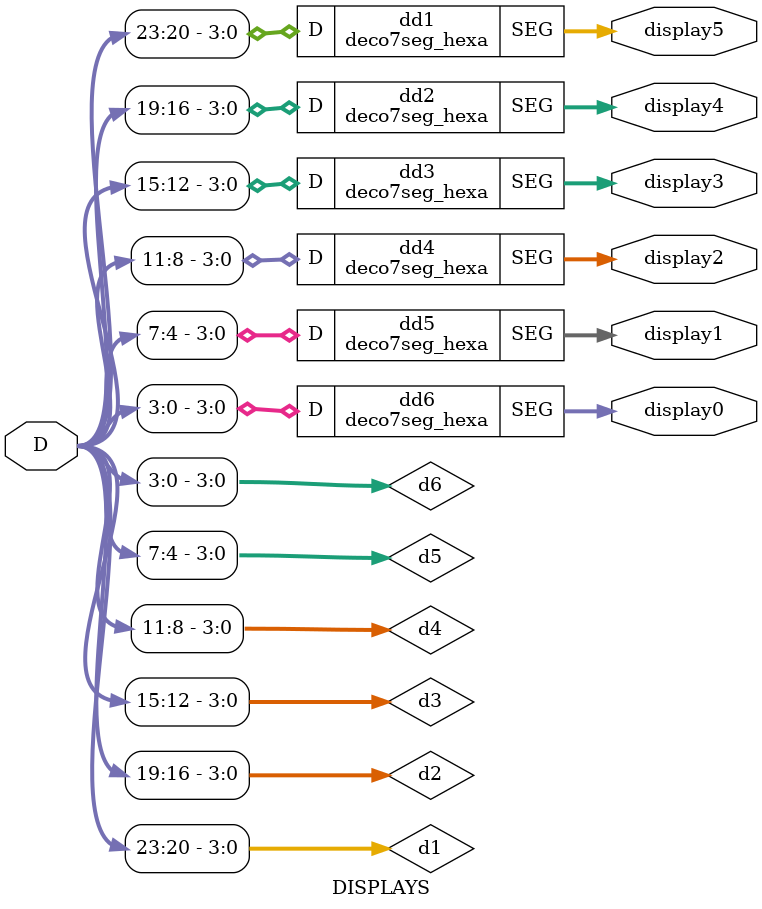
<source format=sv>
module deco7seg_hexa( 
    input  logic [3:0] D, 
    output logic [7:0] SEG); 
    always_comb begin 
        case(D)  
            // pgfe_dcba 
            4'h0: SEG = 8'b0011_1111; 
            4'h1: SEG = 8'b0000_0110; 
            4'h2: SEG = 8'b0101_1011; 
            4'h3: SEG = 8'b0100_1111; 
            4'h4: SEG = 8'b0110_0110; 
            4'h5: SEG = 8'b0110_1101; 
            4'h6: SEG = 8'b0111_1101; 
            4'h7: SEG = 8'b0000_0111; 
            4'h8: SEG = 8'b0111_1111; 
            4'h9: SEG = 8'b0110_0111; 
            4'hA: SEG = 8'b0111_0111; 
            4'hB: SEG = 8'b0111_1100; 
            4'hC: SEG = 8'b0011_1001; 
            4'hD: SEG = 8'b0101_1110; 
            4'hE: SEG = 8'b0111_1001; 
            4'hF: SEG = 8'b0111_0001; 
    endcase 
    end 
endmodule

module DISPLAYS (
    input  logic [23:0] D,     // Número a mostrar
    output logic [7:0]  display0,  // Display HEX0 (más a la derecha)
    output logic [7:0]  display1,  // Display HEX1
    output logic [7:0]  display2,  // Display HEX2
    output logic [7:0]  display3,  // Display HEX3
    output logic [7:0]  display4,  // Display HEX4
    output logic [7:0]  display5   // Display HEX5 (más a la izquierda)
);

    // Componentes individuales
    logic [3:0] d1, d2, d3, d4, d5, d6;

    assign d1 = D[23:20];
    assign d2 = D[19:16];
    assign d3 = D[15:12];
    assign d4 = D[11:8];
    assign d5 = D[7:4];
    assign d6 = D[3:0];

    // Instanciación de los módulos decodificadores
    deco7seg_hexa dd1(d1, display5);
    deco7seg_hexa dd2(d2, display4);
    deco7seg_hexa dd3(d3, display3);
    deco7seg_hexa dd4(d4, display2);
    deco7seg_hexa dd5(d5, display1);
    deco7seg_hexa dd6(d6, display0);
    

endmodule
</source>
